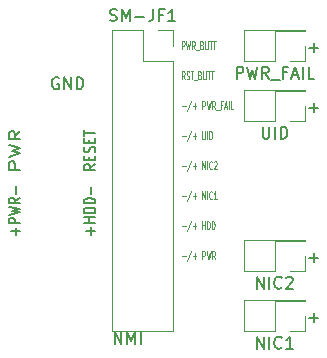
<source format=gbr>
%TF.GenerationSoftware,KiCad,Pcbnew,7.0.9*%
%TF.CreationDate,2023-11-25T22:17:53-08:00*%
%TF.ProjectId,supermicro-ATX-PCB,73757065-726d-4696-9372-6f2d4154582d,rev?*%
%TF.SameCoordinates,Original*%
%TF.FileFunction,Legend,Top*%
%TF.FilePolarity,Positive*%
%FSLAX46Y46*%
G04 Gerber Fmt 4.6, Leading zero omitted, Abs format (unit mm)*
G04 Created by KiCad (PCBNEW 7.0.9) date 2023-11-25 22:17:53*
%MOMM*%
%LPD*%
G01*
G04 APERTURE LIST*
%ADD10C,0.150000*%
%ADD11C,0.100000*%
%ADD12C,0.120000*%
G04 APERTURE END LIST*
D10*
X103378095Y-66227438D02*
X103282857Y-66179819D01*
X103282857Y-66179819D02*
X103140000Y-66179819D01*
X103140000Y-66179819D02*
X102997143Y-66227438D01*
X102997143Y-66227438D02*
X102901905Y-66322676D01*
X102901905Y-66322676D02*
X102854286Y-66417914D01*
X102854286Y-66417914D02*
X102806667Y-66608390D01*
X102806667Y-66608390D02*
X102806667Y-66751247D01*
X102806667Y-66751247D02*
X102854286Y-66941723D01*
X102854286Y-66941723D02*
X102901905Y-67036961D01*
X102901905Y-67036961D02*
X102997143Y-67132200D01*
X102997143Y-67132200D02*
X103140000Y-67179819D01*
X103140000Y-67179819D02*
X103235238Y-67179819D01*
X103235238Y-67179819D02*
X103378095Y-67132200D01*
X103378095Y-67132200D02*
X103425714Y-67084580D01*
X103425714Y-67084580D02*
X103425714Y-66751247D01*
X103425714Y-66751247D02*
X103235238Y-66751247D01*
X103854286Y-67179819D02*
X103854286Y-66179819D01*
X103854286Y-66179819D02*
X104425714Y-67179819D01*
X104425714Y-67179819D02*
X104425714Y-66179819D01*
X104901905Y-67179819D02*
X104901905Y-66179819D01*
X104901905Y-66179819D02*
X105140000Y-66179819D01*
X105140000Y-66179819D02*
X105282857Y-66227438D01*
X105282857Y-66227438D02*
X105378095Y-66322676D01*
X105378095Y-66322676D02*
X105425714Y-66417914D01*
X105425714Y-66417914D02*
X105473333Y-66608390D01*
X105473333Y-66608390D02*
X105473333Y-66751247D01*
X105473333Y-66751247D02*
X105425714Y-66941723D01*
X105425714Y-66941723D02*
X105378095Y-67036961D01*
X105378095Y-67036961D02*
X105282857Y-67132200D01*
X105282857Y-67132200D02*
X105140000Y-67179819D01*
X105140000Y-67179819D02*
X104901905Y-67179819D01*
D11*
X114054598Y-66358633D02*
X113921265Y-66025300D01*
X113826027Y-66358633D02*
X113826027Y-65658633D01*
X113826027Y-65658633D02*
X113978408Y-65658633D01*
X113978408Y-65658633D02*
X114016503Y-65691966D01*
X114016503Y-65691966D02*
X114035550Y-65725300D01*
X114035550Y-65725300D02*
X114054598Y-65791966D01*
X114054598Y-65791966D02*
X114054598Y-65891966D01*
X114054598Y-65891966D02*
X114035550Y-65958633D01*
X114035550Y-65958633D02*
X114016503Y-65991966D01*
X114016503Y-65991966D02*
X113978408Y-66025300D01*
X113978408Y-66025300D02*
X113826027Y-66025300D01*
X114206979Y-66325300D02*
X114264122Y-66358633D01*
X114264122Y-66358633D02*
X114359360Y-66358633D01*
X114359360Y-66358633D02*
X114397455Y-66325300D01*
X114397455Y-66325300D02*
X114416503Y-66291966D01*
X114416503Y-66291966D02*
X114435550Y-66225300D01*
X114435550Y-66225300D02*
X114435550Y-66158633D01*
X114435550Y-66158633D02*
X114416503Y-66091966D01*
X114416503Y-66091966D02*
X114397455Y-66058633D01*
X114397455Y-66058633D02*
X114359360Y-66025300D01*
X114359360Y-66025300D02*
X114283169Y-65991966D01*
X114283169Y-65991966D02*
X114245074Y-65958633D01*
X114245074Y-65958633D02*
X114226027Y-65925300D01*
X114226027Y-65925300D02*
X114206979Y-65858633D01*
X114206979Y-65858633D02*
X114206979Y-65791966D01*
X114206979Y-65791966D02*
X114226027Y-65725300D01*
X114226027Y-65725300D02*
X114245074Y-65691966D01*
X114245074Y-65691966D02*
X114283169Y-65658633D01*
X114283169Y-65658633D02*
X114378408Y-65658633D01*
X114378408Y-65658633D02*
X114435550Y-65691966D01*
X114549836Y-65658633D02*
X114778407Y-65658633D01*
X114664121Y-66358633D02*
X114664121Y-65658633D01*
X114816503Y-66425300D02*
X115121264Y-66425300D01*
X115349836Y-65991966D02*
X115406979Y-66025300D01*
X115406979Y-66025300D02*
X115426026Y-66058633D01*
X115426026Y-66058633D02*
X115445074Y-66125300D01*
X115445074Y-66125300D02*
X115445074Y-66225300D01*
X115445074Y-66225300D02*
X115426026Y-66291966D01*
X115426026Y-66291966D02*
X115406979Y-66325300D01*
X115406979Y-66325300D02*
X115368884Y-66358633D01*
X115368884Y-66358633D02*
X115216503Y-66358633D01*
X115216503Y-66358633D02*
X115216503Y-65658633D01*
X115216503Y-65658633D02*
X115349836Y-65658633D01*
X115349836Y-65658633D02*
X115387931Y-65691966D01*
X115387931Y-65691966D02*
X115406979Y-65725300D01*
X115406979Y-65725300D02*
X115426026Y-65791966D01*
X115426026Y-65791966D02*
X115426026Y-65858633D01*
X115426026Y-65858633D02*
X115406979Y-65925300D01*
X115406979Y-65925300D02*
X115387931Y-65958633D01*
X115387931Y-65958633D02*
X115349836Y-65991966D01*
X115349836Y-65991966D02*
X115216503Y-65991966D01*
X115616503Y-65658633D02*
X115616503Y-66225300D01*
X115616503Y-66225300D02*
X115635550Y-66291966D01*
X115635550Y-66291966D02*
X115654598Y-66325300D01*
X115654598Y-66325300D02*
X115692693Y-66358633D01*
X115692693Y-66358633D02*
X115768884Y-66358633D01*
X115768884Y-66358633D02*
X115806979Y-66325300D01*
X115806979Y-66325300D02*
X115826026Y-66291966D01*
X115826026Y-66291966D02*
X115845074Y-66225300D01*
X115845074Y-66225300D02*
X115845074Y-65658633D01*
X115978408Y-65658633D02*
X116206979Y-65658633D01*
X116092693Y-66358633D02*
X116092693Y-65658633D01*
X116283170Y-65658633D02*
X116511741Y-65658633D01*
X116397455Y-66358633D02*
X116397455Y-65658633D01*
D10*
X108124762Y-88769819D02*
X108124762Y-87769819D01*
X108124762Y-87769819D02*
X108696190Y-88769819D01*
X108696190Y-88769819D02*
X108696190Y-87769819D01*
X109172381Y-88769819D02*
X109172381Y-87769819D01*
X109172381Y-87769819D02*
X109505714Y-88484104D01*
X109505714Y-88484104D02*
X109839047Y-87769819D01*
X109839047Y-87769819D02*
X109839047Y-88769819D01*
X110315238Y-88769819D02*
X110315238Y-87769819D01*
X106118866Y-79489046D02*
X106118866Y-78879523D01*
X106499819Y-79184284D02*
X105737914Y-79184284D01*
X106499819Y-78498570D02*
X105499819Y-78498570D01*
X105976009Y-78498570D02*
X105976009Y-78041427D01*
X106499819Y-78041427D02*
X105499819Y-78041427D01*
X106499819Y-77660475D02*
X105499819Y-77660475D01*
X105499819Y-77660475D02*
X105499819Y-77469999D01*
X105499819Y-77469999D02*
X105547438Y-77355713D01*
X105547438Y-77355713D02*
X105642676Y-77279523D01*
X105642676Y-77279523D02*
X105737914Y-77241428D01*
X105737914Y-77241428D02*
X105928390Y-77203332D01*
X105928390Y-77203332D02*
X106071247Y-77203332D01*
X106071247Y-77203332D02*
X106261723Y-77241428D01*
X106261723Y-77241428D02*
X106356961Y-77279523D01*
X106356961Y-77279523D02*
X106452200Y-77355713D01*
X106452200Y-77355713D02*
X106499819Y-77469999D01*
X106499819Y-77469999D02*
X106499819Y-77660475D01*
X106499819Y-76860475D02*
X105499819Y-76860475D01*
X105499819Y-76860475D02*
X105499819Y-76669999D01*
X105499819Y-76669999D02*
X105547438Y-76555713D01*
X105547438Y-76555713D02*
X105642676Y-76479523D01*
X105642676Y-76479523D02*
X105737914Y-76441428D01*
X105737914Y-76441428D02*
X105928390Y-76403332D01*
X105928390Y-76403332D02*
X106071247Y-76403332D01*
X106071247Y-76403332D02*
X106261723Y-76441428D01*
X106261723Y-76441428D02*
X106356961Y-76479523D01*
X106356961Y-76479523D02*
X106452200Y-76555713D01*
X106452200Y-76555713D02*
X106499819Y-76669999D01*
X106499819Y-76669999D02*
X106499819Y-76860475D01*
X106118866Y-76060475D02*
X106118866Y-75450952D01*
D11*
X113826027Y-76251966D02*
X114130789Y-76251966D01*
X114606979Y-75785300D02*
X114264122Y-76685300D01*
X114740313Y-76251966D02*
X115045075Y-76251966D01*
X114892694Y-76518633D02*
X114892694Y-75985300D01*
X115540313Y-76518633D02*
X115540313Y-75818633D01*
X115540313Y-75818633D02*
X115768884Y-76518633D01*
X115768884Y-76518633D02*
X115768884Y-75818633D01*
X115959361Y-76518633D02*
X115959361Y-75818633D01*
X116378408Y-76451966D02*
X116359360Y-76485300D01*
X116359360Y-76485300D02*
X116302218Y-76518633D01*
X116302218Y-76518633D02*
X116264122Y-76518633D01*
X116264122Y-76518633D02*
X116206979Y-76485300D01*
X116206979Y-76485300D02*
X116168884Y-76418633D01*
X116168884Y-76418633D02*
X116149837Y-76351966D01*
X116149837Y-76351966D02*
X116130789Y-76218633D01*
X116130789Y-76218633D02*
X116130789Y-76118633D01*
X116130789Y-76118633D02*
X116149837Y-75985300D01*
X116149837Y-75985300D02*
X116168884Y-75918633D01*
X116168884Y-75918633D02*
X116206979Y-75851966D01*
X116206979Y-75851966D02*
X116264122Y-75818633D01*
X116264122Y-75818633D02*
X116302218Y-75818633D01*
X116302218Y-75818633D02*
X116359360Y-75851966D01*
X116359360Y-75851966D02*
X116378408Y-75885300D01*
X116759360Y-76518633D02*
X116530789Y-76518633D01*
X116645075Y-76518633D02*
X116645075Y-75818633D01*
X116645075Y-75818633D02*
X116606979Y-75918633D01*
X116606979Y-75918633D02*
X116568884Y-75985300D01*
X116568884Y-75985300D02*
X116530789Y-76018633D01*
X113826027Y-73711966D02*
X114130789Y-73711966D01*
X114606979Y-73245300D02*
X114264122Y-74145300D01*
X114740313Y-73711966D02*
X115045075Y-73711966D01*
X114892694Y-73978633D02*
X114892694Y-73445300D01*
X115540313Y-73978633D02*
X115540313Y-73278633D01*
X115540313Y-73278633D02*
X115768884Y-73978633D01*
X115768884Y-73978633D02*
X115768884Y-73278633D01*
X115959361Y-73978633D02*
X115959361Y-73278633D01*
X116378408Y-73911966D02*
X116359360Y-73945300D01*
X116359360Y-73945300D02*
X116302218Y-73978633D01*
X116302218Y-73978633D02*
X116264122Y-73978633D01*
X116264122Y-73978633D02*
X116206979Y-73945300D01*
X116206979Y-73945300D02*
X116168884Y-73878633D01*
X116168884Y-73878633D02*
X116149837Y-73811966D01*
X116149837Y-73811966D02*
X116130789Y-73678633D01*
X116130789Y-73678633D02*
X116130789Y-73578633D01*
X116130789Y-73578633D02*
X116149837Y-73445300D01*
X116149837Y-73445300D02*
X116168884Y-73378633D01*
X116168884Y-73378633D02*
X116206979Y-73311966D01*
X116206979Y-73311966D02*
X116264122Y-73278633D01*
X116264122Y-73278633D02*
X116302218Y-73278633D01*
X116302218Y-73278633D02*
X116359360Y-73311966D01*
X116359360Y-73311966D02*
X116378408Y-73345300D01*
X116530789Y-73345300D02*
X116549837Y-73311966D01*
X116549837Y-73311966D02*
X116587932Y-73278633D01*
X116587932Y-73278633D02*
X116683170Y-73278633D01*
X116683170Y-73278633D02*
X116721265Y-73311966D01*
X116721265Y-73311966D02*
X116740313Y-73345300D01*
X116740313Y-73345300D02*
X116759360Y-73411966D01*
X116759360Y-73411966D02*
X116759360Y-73478633D01*
X116759360Y-73478633D02*
X116740313Y-73578633D01*
X116740313Y-73578633D02*
X116511741Y-73978633D01*
X116511741Y-73978633D02*
X116759360Y-73978633D01*
D10*
X124602779Y-81433866D02*
X125364684Y-81433866D01*
X124983731Y-81814819D02*
X124983731Y-81052914D01*
X124602779Y-86513866D02*
X125364684Y-86513866D01*
X124983731Y-86894819D02*
X124983731Y-86132914D01*
D11*
X113826027Y-71171966D02*
X114130789Y-71171966D01*
X114606979Y-70705300D02*
X114264122Y-71605300D01*
X114740313Y-71171966D02*
X115045075Y-71171966D01*
X114892694Y-71438633D02*
X114892694Y-70905300D01*
X115540313Y-70738633D02*
X115540313Y-71305300D01*
X115540313Y-71305300D02*
X115559360Y-71371966D01*
X115559360Y-71371966D02*
X115578408Y-71405300D01*
X115578408Y-71405300D02*
X115616503Y-71438633D01*
X115616503Y-71438633D02*
X115692694Y-71438633D01*
X115692694Y-71438633D02*
X115730789Y-71405300D01*
X115730789Y-71405300D02*
X115749836Y-71371966D01*
X115749836Y-71371966D02*
X115768884Y-71305300D01*
X115768884Y-71305300D02*
X115768884Y-70738633D01*
X115959361Y-71438633D02*
X115959361Y-70738633D01*
X116149837Y-71438633D02*
X116149837Y-70738633D01*
X116149837Y-70738633D02*
X116245075Y-70738633D01*
X116245075Y-70738633D02*
X116302218Y-70771966D01*
X116302218Y-70771966D02*
X116340313Y-70838633D01*
X116340313Y-70838633D02*
X116359360Y-70905300D01*
X116359360Y-70905300D02*
X116378408Y-71038633D01*
X116378408Y-71038633D02*
X116378408Y-71138633D01*
X116378408Y-71138633D02*
X116359360Y-71271966D01*
X116359360Y-71271966D02*
X116340313Y-71338633D01*
X116340313Y-71338633D02*
X116302218Y-71405300D01*
X116302218Y-71405300D02*
X116245075Y-71438633D01*
X116245075Y-71438633D02*
X116149837Y-71438633D01*
X113826027Y-81331966D02*
X114130789Y-81331966D01*
X114606979Y-80865300D02*
X114264122Y-81765300D01*
X114740313Y-81331966D02*
X115045075Y-81331966D01*
X114892694Y-81598633D02*
X114892694Y-81065300D01*
X115540313Y-81598633D02*
X115540313Y-80898633D01*
X115540313Y-80898633D02*
X115692694Y-80898633D01*
X115692694Y-80898633D02*
X115730789Y-80931966D01*
X115730789Y-80931966D02*
X115749836Y-80965300D01*
X115749836Y-80965300D02*
X115768884Y-81031966D01*
X115768884Y-81031966D02*
X115768884Y-81131966D01*
X115768884Y-81131966D02*
X115749836Y-81198633D01*
X115749836Y-81198633D02*
X115730789Y-81231966D01*
X115730789Y-81231966D02*
X115692694Y-81265300D01*
X115692694Y-81265300D02*
X115540313Y-81265300D01*
X115902217Y-80898633D02*
X115997455Y-81598633D01*
X115997455Y-81598633D02*
X116073646Y-81098633D01*
X116073646Y-81098633D02*
X116149836Y-81598633D01*
X116149836Y-81598633D02*
X116245075Y-80898633D01*
X116626027Y-81598633D02*
X116492694Y-81265300D01*
X116397456Y-81598633D02*
X116397456Y-80898633D01*
X116397456Y-80898633D02*
X116549837Y-80898633D01*
X116549837Y-80898633D02*
X116587932Y-80931966D01*
X116587932Y-80931966D02*
X116606979Y-80965300D01*
X116606979Y-80965300D02*
X116626027Y-81031966D01*
X116626027Y-81031966D02*
X116626027Y-81131966D01*
X116626027Y-81131966D02*
X116606979Y-81198633D01*
X116606979Y-81198633D02*
X116587932Y-81231966D01*
X116587932Y-81231966D02*
X116549837Y-81265300D01*
X116549837Y-81265300D02*
X116397456Y-81265300D01*
D10*
X124602779Y-68733866D02*
X125364684Y-68733866D01*
X124983731Y-69114819D02*
X124983731Y-68352914D01*
X100149819Y-73989999D02*
X99149819Y-73989999D01*
X99149819Y-73989999D02*
X99149819Y-73532856D01*
X99149819Y-73532856D02*
X99197438Y-73418571D01*
X99197438Y-73418571D02*
X99245057Y-73361428D01*
X99245057Y-73361428D02*
X99340295Y-73304285D01*
X99340295Y-73304285D02*
X99483152Y-73304285D01*
X99483152Y-73304285D02*
X99578390Y-73361428D01*
X99578390Y-73361428D02*
X99626009Y-73418571D01*
X99626009Y-73418571D02*
X99673628Y-73532856D01*
X99673628Y-73532856D02*
X99673628Y-73989999D01*
X99149819Y-72904285D02*
X100149819Y-72618571D01*
X100149819Y-72618571D02*
X99435533Y-72389999D01*
X99435533Y-72389999D02*
X100149819Y-72161428D01*
X100149819Y-72161428D02*
X99149819Y-71875714D01*
X100149819Y-70732856D02*
X99673628Y-71132856D01*
X100149819Y-71418570D02*
X99149819Y-71418570D01*
X99149819Y-71418570D02*
X99149819Y-70961427D01*
X99149819Y-70961427D02*
X99197438Y-70847142D01*
X99197438Y-70847142D02*
X99245057Y-70789999D01*
X99245057Y-70789999D02*
X99340295Y-70732856D01*
X99340295Y-70732856D02*
X99483152Y-70732856D01*
X99483152Y-70732856D02*
X99578390Y-70789999D01*
X99578390Y-70789999D02*
X99626009Y-70847142D01*
X99626009Y-70847142D02*
X99673628Y-70961427D01*
X99673628Y-70961427D02*
X99673628Y-71418570D01*
X106499819Y-73551904D02*
X106023628Y-73818571D01*
X106499819Y-74009047D02*
X105499819Y-74009047D01*
X105499819Y-74009047D02*
X105499819Y-73704285D01*
X105499819Y-73704285D02*
X105547438Y-73628095D01*
X105547438Y-73628095D02*
X105595057Y-73590000D01*
X105595057Y-73590000D02*
X105690295Y-73551904D01*
X105690295Y-73551904D02*
X105833152Y-73551904D01*
X105833152Y-73551904D02*
X105928390Y-73590000D01*
X105928390Y-73590000D02*
X105976009Y-73628095D01*
X105976009Y-73628095D02*
X106023628Y-73704285D01*
X106023628Y-73704285D02*
X106023628Y-74009047D01*
X105976009Y-73209047D02*
X105976009Y-72942381D01*
X106499819Y-72828095D02*
X106499819Y-73209047D01*
X106499819Y-73209047D02*
X105499819Y-73209047D01*
X105499819Y-73209047D02*
X105499819Y-72828095D01*
X106452200Y-72523333D02*
X106499819Y-72409047D01*
X106499819Y-72409047D02*
X106499819Y-72218571D01*
X106499819Y-72218571D02*
X106452200Y-72142380D01*
X106452200Y-72142380D02*
X106404580Y-72104285D01*
X106404580Y-72104285D02*
X106309342Y-72066190D01*
X106309342Y-72066190D02*
X106214104Y-72066190D01*
X106214104Y-72066190D02*
X106118866Y-72104285D01*
X106118866Y-72104285D02*
X106071247Y-72142380D01*
X106071247Y-72142380D02*
X106023628Y-72218571D01*
X106023628Y-72218571D02*
X105976009Y-72370952D01*
X105976009Y-72370952D02*
X105928390Y-72447142D01*
X105928390Y-72447142D02*
X105880771Y-72485237D01*
X105880771Y-72485237D02*
X105785533Y-72523333D01*
X105785533Y-72523333D02*
X105690295Y-72523333D01*
X105690295Y-72523333D02*
X105595057Y-72485237D01*
X105595057Y-72485237D02*
X105547438Y-72447142D01*
X105547438Y-72447142D02*
X105499819Y-72370952D01*
X105499819Y-72370952D02*
X105499819Y-72180475D01*
X105499819Y-72180475D02*
X105547438Y-72066190D01*
X105976009Y-71723332D02*
X105976009Y-71456666D01*
X106499819Y-71342380D02*
X106499819Y-71723332D01*
X106499819Y-71723332D02*
X105499819Y-71723332D01*
X105499819Y-71723332D02*
X105499819Y-71342380D01*
X105499819Y-71113808D02*
X105499819Y-70656665D01*
X106499819Y-70885237D02*
X105499819Y-70885237D01*
D11*
X113826027Y-63818633D02*
X113826027Y-63118633D01*
X113826027Y-63118633D02*
X113978408Y-63118633D01*
X113978408Y-63118633D02*
X114016503Y-63151966D01*
X114016503Y-63151966D02*
X114035550Y-63185300D01*
X114035550Y-63185300D02*
X114054598Y-63251966D01*
X114054598Y-63251966D02*
X114054598Y-63351966D01*
X114054598Y-63351966D02*
X114035550Y-63418633D01*
X114035550Y-63418633D02*
X114016503Y-63451966D01*
X114016503Y-63451966D02*
X113978408Y-63485300D01*
X113978408Y-63485300D02*
X113826027Y-63485300D01*
X114187931Y-63118633D02*
X114283169Y-63818633D01*
X114283169Y-63818633D02*
X114359360Y-63318633D01*
X114359360Y-63318633D02*
X114435550Y-63818633D01*
X114435550Y-63818633D02*
X114530789Y-63118633D01*
X114911741Y-63818633D02*
X114778408Y-63485300D01*
X114683170Y-63818633D02*
X114683170Y-63118633D01*
X114683170Y-63118633D02*
X114835551Y-63118633D01*
X114835551Y-63118633D02*
X114873646Y-63151966D01*
X114873646Y-63151966D02*
X114892693Y-63185300D01*
X114892693Y-63185300D02*
X114911741Y-63251966D01*
X114911741Y-63251966D02*
X114911741Y-63351966D01*
X114911741Y-63351966D02*
X114892693Y-63418633D01*
X114892693Y-63418633D02*
X114873646Y-63451966D01*
X114873646Y-63451966D02*
X114835551Y-63485300D01*
X114835551Y-63485300D02*
X114683170Y-63485300D01*
X114987932Y-63885300D02*
X115292693Y-63885300D01*
X115521265Y-63451966D02*
X115578408Y-63485300D01*
X115578408Y-63485300D02*
X115597455Y-63518633D01*
X115597455Y-63518633D02*
X115616503Y-63585300D01*
X115616503Y-63585300D02*
X115616503Y-63685300D01*
X115616503Y-63685300D02*
X115597455Y-63751966D01*
X115597455Y-63751966D02*
X115578408Y-63785300D01*
X115578408Y-63785300D02*
X115540313Y-63818633D01*
X115540313Y-63818633D02*
X115387932Y-63818633D01*
X115387932Y-63818633D02*
X115387932Y-63118633D01*
X115387932Y-63118633D02*
X115521265Y-63118633D01*
X115521265Y-63118633D02*
X115559360Y-63151966D01*
X115559360Y-63151966D02*
X115578408Y-63185300D01*
X115578408Y-63185300D02*
X115597455Y-63251966D01*
X115597455Y-63251966D02*
X115597455Y-63318633D01*
X115597455Y-63318633D02*
X115578408Y-63385300D01*
X115578408Y-63385300D02*
X115559360Y-63418633D01*
X115559360Y-63418633D02*
X115521265Y-63451966D01*
X115521265Y-63451966D02*
X115387932Y-63451966D01*
X115787932Y-63118633D02*
X115787932Y-63685300D01*
X115787932Y-63685300D02*
X115806979Y-63751966D01*
X115806979Y-63751966D02*
X115826027Y-63785300D01*
X115826027Y-63785300D02*
X115864122Y-63818633D01*
X115864122Y-63818633D02*
X115940313Y-63818633D01*
X115940313Y-63818633D02*
X115978408Y-63785300D01*
X115978408Y-63785300D02*
X115997455Y-63751966D01*
X115997455Y-63751966D02*
X116016503Y-63685300D01*
X116016503Y-63685300D02*
X116016503Y-63118633D01*
X116149837Y-63118633D02*
X116378408Y-63118633D01*
X116264122Y-63818633D02*
X116264122Y-63118633D01*
X116454599Y-63118633D02*
X116683170Y-63118633D01*
X116568884Y-63818633D02*
X116568884Y-63118633D01*
D10*
X124602779Y-63653866D02*
X125364684Y-63653866D01*
X124983731Y-64034819D02*
X124983731Y-63272914D01*
X99768866Y-79527142D02*
X99768866Y-78917619D01*
X100149819Y-79222380D02*
X99387914Y-79222380D01*
X100149819Y-78536666D02*
X99149819Y-78536666D01*
X99149819Y-78536666D02*
X99149819Y-78231904D01*
X99149819Y-78231904D02*
X99197438Y-78155714D01*
X99197438Y-78155714D02*
X99245057Y-78117619D01*
X99245057Y-78117619D02*
X99340295Y-78079523D01*
X99340295Y-78079523D02*
X99483152Y-78079523D01*
X99483152Y-78079523D02*
X99578390Y-78117619D01*
X99578390Y-78117619D02*
X99626009Y-78155714D01*
X99626009Y-78155714D02*
X99673628Y-78231904D01*
X99673628Y-78231904D02*
X99673628Y-78536666D01*
X99149819Y-77812857D02*
X100149819Y-77622381D01*
X100149819Y-77622381D02*
X99435533Y-77470000D01*
X99435533Y-77470000D02*
X100149819Y-77317619D01*
X100149819Y-77317619D02*
X99149819Y-77127143D01*
X100149819Y-76365237D02*
X99673628Y-76631904D01*
X100149819Y-76822380D02*
X99149819Y-76822380D01*
X99149819Y-76822380D02*
X99149819Y-76517618D01*
X99149819Y-76517618D02*
X99197438Y-76441428D01*
X99197438Y-76441428D02*
X99245057Y-76403333D01*
X99245057Y-76403333D02*
X99340295Y-76365237D01*
X99340295Y-76365237D02*
X99483152Y-76365237D01*
X99483152Y-76365237D02*
X99578390Y-76403333D01*
X99578390Y-76403333D02*
X99626009Y-76441428D01*
X99626009Y-76441428D02*
X99673628Y-76517618D01*
X99673628Y-76517618D02*
X99673628Y-76822380D01*
X99768866Y-76022380D02*
X99768866Y-75412857D01*
D11*
X113826027Y-78791966D02*
X114130789Y-78791966D01*
X114606979Y-78325300D02*
X114264122Y-79225300D01*
X114740313Y-78791966D02*
X115045075Y-78791966D01*
X114892694Y-79058633D02*
X114892694Y-78525300D01*
X115540313Y-79058633D02*
X115540313Y-78358633D01*
X115540313Y-78691966D02*
X115768884Y-78691966D01*
X115768884Y-79058633D02*
X115768884Y-78358633D01*
X115959361Y-79058633D02*
X115959361Y-78358633D01*
X115959361Y-78358633D02*
X116054599Y-78358633D01*
X116054599Y-78358633D02*
X116111742Y-78391966D01*
X116111742Y-78391966D02*
X116149837Y-78458633D01*
X116149837Y-78458633D02*
X116168884Y-78525300D01*
X116168884Y-78525300D02*
X116187932Y-78658633D01*
X116187932Y-78658633D02*
X116187932Y-78758633D01*
X116187932Y-78758633D02*
X116168884Y-78891966D01*
X116168884Y-78891966D02*
X116149837Y-78958633D01*
X116149837Y-78958633D02*
X116111742Y-79025300D01*
X116111742Y-79025300D02*
X116054599Y-79058633D01*
X116054599Y-79058633D02*
X115959361Y-79058633D01*
X116359361Y-79058633D02*
X116359361Y-78358633D01*
X116359361Y-78358633D02*
X116454599Y-78358633D01*
X116454599Y-78358633D02*
X116511742Y-78391966D01*
X116511742Y-78391966D02*
X116549837Y-78458633D01*
X116549837Y-78458633D02*
X116568884Y-78525300D01*
X116568884Y-78525300D02*
X116587932Y-78658633D01*
X116587932Y-78658633D02*
X116587932Y-78758633D01*
X116587932Y-78758633D02*
X116568884Y-78891966D01*
X116568884Y-78891966D02*
X116549837Y-78958633D01*
X116549837Y-78958633D02*
X116511742Y-79025300D01*
X116511742Y-79025300D02*
X116454599Y-79058633D01*
X116454599Y-79058633D02*
X116359361Y-79058633D01*
X113826027Y-68631966D02*
X114130789Y-68631966D01*
X114606979Y-68165300D02*
X114264122Y-69065300D01*
X114740313Y-68631966D02*
X115045075Y-68631966D01*
X114892694Y-68898633D02*
X114892694Y-68365300D01*
X115540313Y-68898633D02*
X115540313Y-68198633D01*
X115540313Y-68198633D02*
X115692694Y-68198633D01*
X115692694Y-68198633D02*
X115730789Y-68231966D01*
X115730789Y-68231966D02*
X115749836Y-68265300D01*
X115749836Y-68265300D02*
X115768884Y-68331966D01*
X115768884Y-68331966D02*
X115768884Y-68431966D01*
X115768884Y-68431966D02*
X115749836Y-68498633D01*
X115749836Y-68498633D02*
X115730789Y-68531966D01*
X115730789Y-68531966D02*
X115692694Y-68565300D01*
X115692694Y-68565300D02*
X115540313Y-68565300D01*
X115902217Y-68198633D02*
X115997455Y-68898633D01*
X115997455Y-68898633D02*
X116073646Y-68398633D01*
X116073646Y-68398633D02*
X116149836Y-68898633D01*
X116149836Y-68898633D02*
X116245075Y-68198633D01*
X116626027Y-68898633D02*
X116492694Y-68565300D01*
X116397456Y-68898633D02*
X116397456Y-68198633D01*
X116397456Y-68198633D02*
X116549837Y-68198633D01*
X116549837Y-68198633D02*
X116587932Y-68231966D01*
X116587932Y-68231966D02*
X116606979Y-68265300D01*
X116606979Y-68265300D02*
X116626027Y-68331966D01*
X116626027Y-68331966D02*
X116626027Y-68431966D01*
X116626027Y-68431966D02*
X116606979Y-68498633D01*
X116606979Y-68498633D02*
X116587932Y-68531966D01*
X116587932Y-68531966D02*
X116549837Y-68565300D01*
X116549837Y-68565300D02*
X116397456Y-68565300D01*
X116702218Y-68965300D02*
X117006979Y-68965300D01*
X117235551Y-68531966D02*
X117102218Y-68531966D01*
X117102218Y-68898633D02*
X117102218Y-68198633D01*
X117102218Y-68198633D02*
X117292694Y-68198633D01*
X117426027Y-68698633D02*
X117616503Y-68698633D01*
X117387932Y-68898633D02*
X117521265Y-68198633D01*
X117521265Y-68198633D02*
X117654598Y-68898633D01*
X117787932Y-68898633D02*
X117787932Y-68198633D01*
X118168884Y-68898633D02*
X117978408Y-68898633D01*
X117978408Y-68898633D02*
X117978408Y-68198633D01*
D10*
X120642191Y-70364819D02*
X120642191Y-71174342D01*
X120642191Y-71174342D02*
X120689810Y-71269580D01*
X120689810Y-71269580D02*
X120737429Y-71317200D01*
X120737429Y-71317200D02*
X120832667Y-71364819D01*
X120832667Y-71364819D02*
X121023143Y-71364819D01*
X121023143Y-71364819D02*
X121118381Y-71317200D01*
X121118381Y-71317200D02*
X121166000Y-71269580D01*
X121166000Y-71269580D02*
X121213619Y-71174342D01*
X121213619Y-71174342D02*
X121213619Y-70364819D01*
X121689810Y-71364819D02*
X121689810Y-70364819D01*
X122166000Y-71364819D02*
X122166000Y-70364819D01*
X122166000Y-70364819D02*
X122404095Y-70364819D01*
X122404095Y-70364819D02*
X122546952Y-70412438D01*
X122546952Y-70412438D02*
X122642190Y-70507676D01*
X122642190Y-70507676D02*
X122689809Y-70602914D01*
X122689809Y-70602914D02*
X122737428Y-70793390D01*
X122737428Y-70793390D02*
X122737428Y-70936247D01*
X122737428Y-70936247D02*
X122689809Y-71126723D01*
X122689809Y-71126723D02*
X122642190Y-71221961D01*
X122642190Y-71221961D02*
X122546952Y-71317200D01*
X122546952Y-71317200D02*
X122404095Y-71364819D01*
X122404095Y-71364819D02*
X122166000Y-71364819D01*
X118451714Y-66284819D02*
X118451714Y-65284819D01*
X118451714Y-65284819D02*
X118832666Y-65284819D01*
X118832666Y-65284819D02*
X118927904Y-65332438D01*
X118927904Y-65332438D02*
X118975523Y-65380057D01*
X118975523Y-65380057D02*
X119023142Y-65475295D01*
X119023142Y-65475295D02*
X119023142Y-65618152D01*
X119023142Y-65618152D02*
X118975523Y-65713390D01*
X118975523Y-65713390D02*
X118927904Y-65761009D01*
X118927904Y-65761009D02*
X118832666Y-65808628D01*
X118832666Y-65808628D02*
X118451714Y-65808628D01*
X119356476Y-65284819D02*
X119594571Y-66284819D01*
X119594571Y-66284819D02*
X119785047Y-65570533D01*
X119785047Y-65570533D02*
X119975523Y-66284819D01*
X119975523Y-66284819D02*
X120213619Y-65284819D01*
X121165999Y-66284819D02*
X120832666Y-65808628D01*
X120594571Y-66284819D02*
X120594571Y-65284819D01*
X120594571Y-65284819D02*
X120975523Y-65284819D01*
X120975523Y-65284819D02*
X121070761Y-65332438D01*
X121070761Y-65332438D02*
X121118380Y-65380057D01*
X121118380Y-65380057D02*
X121165999Y-65475295D01*
X121165999Y-65475295D02*
X121165999Y-65618152D01*
X121165999Y-65618152D02*
X121118380Y-65713390D01*
X121118380Y-65713390D02*
X121070761Y-65761009D01*
X121070761Y-65761009D02*
X120975523Y-65808628D01*
X120975523Y-65808628D02*
X120594571Y-65808628D01*
X121356476Y-66380057D02*
X122118380Y-66380057D01*
X122689809Y-65761009D02*
X122356476Y-65761009D01*
X122356476Y-66284819D02*
X122356476Y-65284819D01*
X122356476Y-65284819D02*
X122832666Y-65284819D01*
X123166000Y-65999104D02*
X123642190Y-65999104D01*
X123070762Y-66284819D02*
X123404095Y-65284819D01*
X123404095Y-65284819D02*
X123737428Y-66284819D01*
X124070762Y-66284819D02*
X124070762Y-65284819D01*
X125023142Y-66284819D02*
X124546952Y-66284819D01*
X124546952Y-66284819D02*
X124546952Y-65284819D01*
X120166000Y-84064819D02*
X120166000Y-83064819D01*
X120166000Y-83064819D02*
X120737428Y-84064819D01*
X120737428Y-84064819D02*
X120737428Y-83064819D01*
X121213619Y-84064819D02*
X121213619Y-83064819D01*
X122261237Y-83969580D02*
X122213618Y-84017200D01*
X122213618Y-84017200D02*
X122070761Y-84064819D01*
X122070761Y-84064819D02*
X121975523Y-84064819D01*
X121975523Y-84064819D02*
X121832666Y-84017200D01*
X121832666Y-84017200D02*
X121737428Y-83921961D01*
X121737428Y-83921961D02*
X121689809Y-83826723D01*
X121689809Y-83826723D02*
X121642190Y-83636247D01*
X121642190Y-83636247D02*
X121642190Y-83493390D01*
X121642190Y-83493390D02*
X121689809Y-83302914D01*
X121689809Y-83302914D02*
X121737428Y-83207676D01*
X121737428Y-83207676D02*
X121832666Y-83112438D01*
X121832666Y-83112438D02*
X121975523Y-83064819D01*
X121975523Y-83064819D02*
X122070761Y-83064819D01*
X122070761Y-83064819D02*
X122213618Y-83112438D01*
X122213618Y-83112438D02*
X122261237Y-83160057D01*
X122642190Y-83160057D02*
X122689809Y-83112438D01*
X122689809Y-83112438D02*
X122785047Y-83064819D01*
X122785047Y-83064819D02*
X123023142Y-83064819D01*
X123023142Y-83064819D02*
X123118380Y-83112438D01*
X123118380Y-83112438D02*
X123165999Y-83160057D01*
X123165999Y-83160057D02*
X123213618Y-83255295D01*
X123213618Y-83255295D02*
X123213618Y-83350533D01*
X123213618Y-83350533D02*
X123165999Y-83493390D01*
X123165999Y-83493390D02*
X122594571Y-84064819D01*
X122594571Y-84064819D02*
X123213618Y-84064819D01*
X107728095Y-61367200D02*
X107870952Y-61414819D01*
X107870952Y-61414819D02*
X108109047Y-61414819D01*
X108109047Y-61414819D02*
X108204285Y-61367200D01*
X108204285Y-61367200D02*
X108251904Y-61319580D01*
X108251904Y-61319580D02*
X108299523Y-61224342D01*
X108299523Y-61224342D02*
X108299523Y-61129104D01*
X108299523Y-61129104D02*
X108251904Y-61033866D01*
X108251904Y-61033866D02*
X108204285Y-60986247D01*
X108204285Y-60986247D02*
X108109047Y-60938628D01*
X108109047Y-60938628D02*
X107918571Y-60891009D01*
X107918571Y-60891009D02*
X107823333Y-60843390D01*
X107823333Y-60843390D02*
X107775714Y-60795771D01*
X107775714Y-60795771D02*
X107728095Y-60700533D01*
X107728095Y-60700533D02*
X107728095Y-60605295D01*
X107728095Y-60605295D02*
X107775714Y-60510057D01*
X107775714Y-60510057D02*
X107823333Y-60462438D01*
X107823333Y-60462438D02*
X107918571Y-60414819D01*
X107918571Y-60414819D02*
X108156666Y-60414819D01*
X108156666Y-60414819D02*
X108299523Y-60462438D01*
X108728095Y-61414819D02*
X108728095Y-60414819D01*
X108728095Y-60414819D02*
X109061428Y-61129104D01*
X109061428Y-61129104D02*
X109394761Y-60414819D01*
X109394761Y-60414819D02*
X109394761Y-61414819D01*
X109870952Y-61033866D02*
X110632857Y-61033866D01*
X111394761Y-60414819D02*
X111394761Y-61129104D01*
X111394761Y-61129104D02*
X111347142Y-61271961D01*
X111347142Y-61271961D02*
X111251904Y-61367200D01*
X111251904Y-61367200D02*
X111109047Y-61414819D01*
X111109047Y-61414819D02*
X111013809Y-61414819D01*
X112204285Y-60891009D02*
X111870952Y-60891009D01*
X111870952Y-61414819D02*
X111870952Y-60414819D01*
X111870952Y-60414819D02*
X112347142Y-60414819D01*
X113251904Y-61414819D02*
X112680476Y-61414819D01*
X112966190Y-61414819D02*
X112966190Y-60414819D01*
X112966190Y-60414819D02*
X112870952Y-60557676D01*
X112870952Y-60557676D02*
X112775714Y-60652914D01*
X112775714Y-60652914D02*
X112680476Y-60700533D01*
X120166000Y-89144819D02*
X120166000Y-88144819D01*
X120166000Y-88144819D02*
X120737428Y-89144819D01*
X120737428Y-89144819D02*
X120737428Y-88144819D01*
X121213619Y-89144819D02*
X121213619Y-88144819D01*
X122261237Y-89049580D02*
X122213618Y-89097200D01*
X122213618Y-89097200D02*
X122070761Y-89144819D01*
X122070761Y-89144819D02*
X121975523Y-89144819D01*
X121975523Y-89144819D02*
X121832666Y-89097200D01*
X121832666Y-89097200D02*
X121737428Y-89001961D01*
X121737428Y-89001961D02*
X121689809Y-88906723D01*
X121689809Y-88906723D02*
X121642190Y-88716247D01*
X121642190Y-88716247D02*
X121642190Y-88573390D01*
X121642190Y-88573390D02*
X121689809Y-88382914D01*
X121689809Y-88382914D02*
X121737428Y-88287676D01*
X121737428Y-88287676D02*
X121832666Y-88192438D01*
X121832666Y-88192438D02*
X121975523Y-88144819D01*
X121975523Y-88144819D02*
X122070761Y-88144819D01*
X122070761Y-88144819D02*
X122213618Y-88192438D01*
X122213618Y-88192438D02*
X122261237Y-88240057D01*
X123213618Y-89144819D02*
X122642190Y-89144819D01*
X122927904Y-89144819D02*
X122927904Y-88144819D01*
X122927904Y-88144819D02*
X122832666Y-88287676D01*
X122832666Y-88287676D02*
X122737428Y-88382914D01*
X122737428Y-88382914D02*
X122642190Y-88430533D01*
D12*
%TO.C,UID*%
X119066000Y-69910000D02*
X119066000Y-67250000D01*
X121666000Y-67310000D02*
X121666000Y-69910000D01*
X121666000Y-69910000D02*
X119066000Y-69910000D01*
X124266000Y-67250000D02*
X119066000Y-67250000D01*
X124266000Y-67310000D02*
X121666000Y-67310000D01*
X124266000Y-67310000D02*
X124266000Y-67250000D01*
X124266000Y-68580000D02*
X124266000Y-69910000D01*
X124266000Y-69910000D02*
X122936000Y-69910000D01*
%TO.C,PWR_FAIL*%
X119066000Y-64830000D02*
X119066000Y-62170000D01*
X121666000Y-62230000D02*
X121666000Y-64830000D01*
X121666000Y-64830000D02*
X119066000Y-64830000D01*
X124266000Y-62170000D02*
X119066000Y-62170000D01*
X124266000Y-62230000D02*
X121666000Y-62230000D01*
X124266000Y-62230000D02*
X124266000Y-62170000D01*
X124266000Y-63500000D02*
X124266000Y-64830000D01*
X124266000Y-64830000D02*
X122936000Y-64830000D01*
%TO.C,NIC2*%
X119066000Y-82610000D02*
X119066000Y-79950000D01*
X121666000Y-80010000D02*
X121666000Y-82610000D01*
X121666000Y-82610000D02*
X119066000Y-82610000D01*
X124266000Y-79950000D02*
X119066000Y-79950000D01*
X124266000Y-80010000D02*
X121666000Y-80010000D01*
X124266000Y-80010000D02*
X124266000Y-79950000D01*
X124266000Y-81280000D02*
X124266000Y-82610000D01*
X124266000Y-82610000D02*
X122936000Y-82610000D01*
%TO.C,SM-JF1*%
X107890000Y-62170000D02*
X107890000Y-87690000D01*
X107890000Y-62170000D02*
X110490000Y-62170000D01*
X107890000Y-87690000D02*
X113090000Y-87690000D01*
X110490000Y-62170000D02*
X110490000Y-64770000D01*
X110490000Y-64770000D02*
X113090000Y-64770000D01*
X111760000Y-62170000D02*
X113090000Y-62170000D01*
X113090000Y-62170000D02*
X113090000Y-63500000D01*
X113090000Y-64770000D02*
X113090000Y-87690000D01*
%TO.C,NIC1*%
X124266000Y-87690000D02*
X122936000Y-87690000D01*
X124266000Y-86360000D02*
X124266000Y-87690000D01*
X124266000Y-85090000D02*
X124266000Y-85030000D01*
X124266000Y-85090000D02*
X121666000Y-85090000D01*
X124266000Y-85030000D02*
X119066000Y-85030000D01*
X121666000Y-87690000D02*
X119066000Y-87690000D01*
X121666000Y-85090000D02*
X121666000Y-87690000D01*
X119066000Y-87690000D02*
X119066000Y-85030000D01*
%TD*%
M02*

</source>
